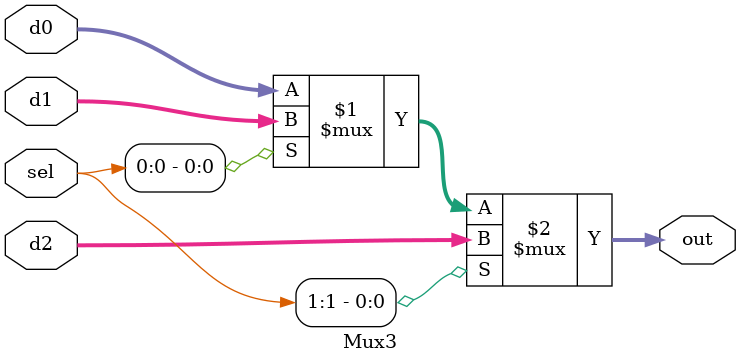
<source format=v>
`timescale 1ns / 1ps

module Mux3
#(parameter WIDTH = 8)
(
	input [WIDTH-1:0] d0,d1,d2,
	input [1:0]		  sel,
	
	output[WIDTH-1:0] out
);

assign out=sel[1]?d2:(sel[0]?d1:d0);

endmodule
</source>
